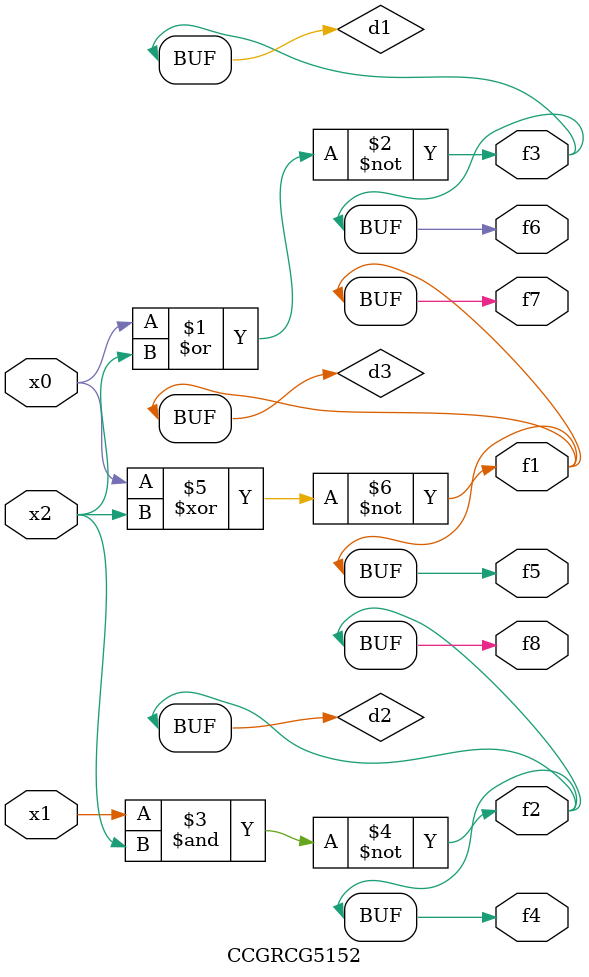
<source format=v>
module CCGRCG5152(
	input x0, x1, x2,
	output f1, f2, f3, f4, f5, f6, f7, f8
);

	wire d1, d2, d3;

	nor (d1, x0, x2);
	nand (d2, x1, x2);
	xnor (d3, x0, x2);
	assign f1 = d3;
	assign f2 = d2;
	assign f3 = d1;
	assign f4 = d2;
	assign f5 = d3;
	assign f6 = d1;
	assign f7 = d3;
	assign f8 = d2;
endmodule

</source>
